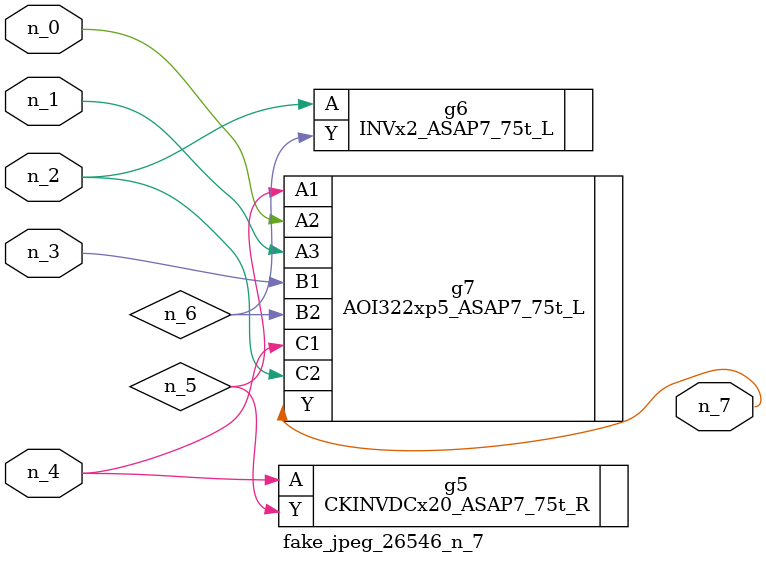
<source format=v>
module fake_jpeg_26546_n_7 (n_3, n_2, n_1, n_0, n_4, n_7);

input n_3;
input n_2;
input n_1;
input n_0;
input n_4;

output n_7;

wire n_6;
wire n_5;

CKINVDCx20_ASAP7_75t_R g5 ( 
.A(n_4),
.Y(n_5)
);

INVx2_ASAP7_75t_L g6 ( 
.A(n_2),
.Y(n_6)
);

AOI322xp5_ASAP7_75t_L g7 ( 
.A1(n_5),
.A2(n_0),
.A3(n_1),
.B1(n_3),
.B2(n_6),
.C1(n_4),
.C2(n_2),
.Y(n_7)
);


endmodule
</source>
